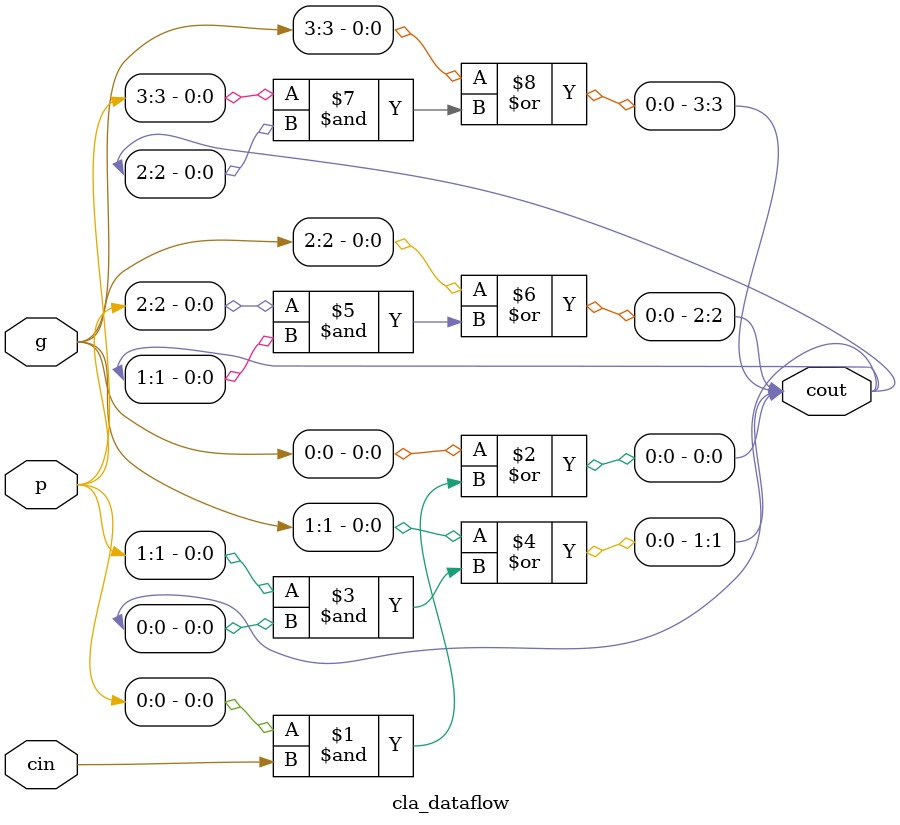
<source format=v>
`timescale 1ns / 1ps

module cla_dataflow(
    input [3:0] p,
    input [3:0] g,
    input cin,
    output [3:0] cout
    );
        
	assign cout[0] = g[0] | (p[0] & cin);
	assign cout[1] = g[1] | (p[1] & cout[0]);
	assign cout[2] = g[2] | (p[2] & cout[1]);
	assign cout[3] = g[3] | (p[3] & cout[2]);

endmodule
</source>
